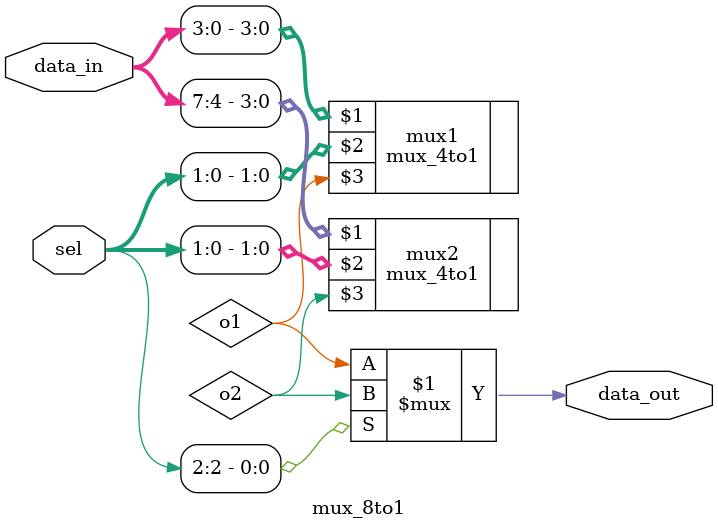
<source format=v>
`include "./mux_4to1.v"
module mux_8to1(
    input [7:0] data_in,   // Four input data lines
    input [2:0] sel,       // Selection control signal (2 bits for 4 inputs)
    output data_out    // Output data line
);

wire o1, o2;
assign data_out = sel[2]? o2 : o1;
mux_4to1 mux1(data_in[3:0], sel[1:0], o1);
mux_4to1 mux2(data_in[7:4], sel[1:0], o2);


endmodule
</source>
